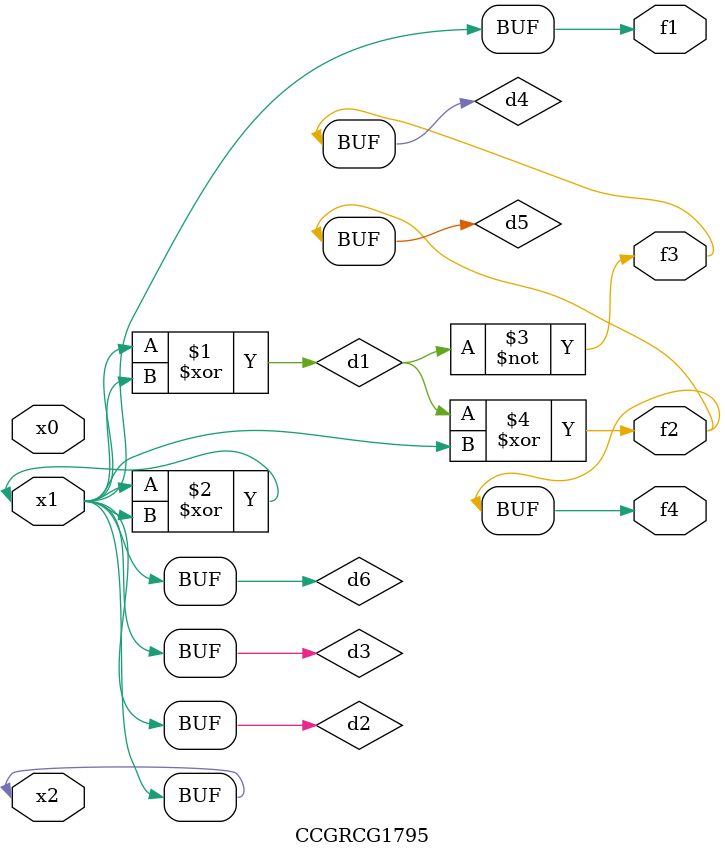
<source format=v>
module CCGRCG1795(
	input x0, x1, x2,
	output f1, f2, f3, f4
);

	wire d1, d2, d3, d4, d5, d6;

	xor (d1, x1, x2);
	buf (d2, x1, x2);
	xor (d3, x1, x2);
	nor (d4, d1);
	xor (d5, d1, d2);
	buf (d6, d2, d3);
	assign f1 = d6;
	assign f2 = d5;
	assign f3 = d4;
	assign f4 = d5;
endmodule

</source>
